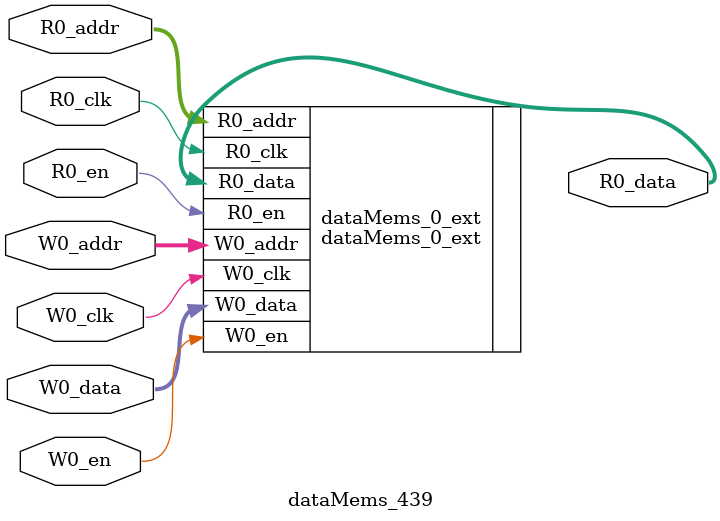
<source format=sv>
`ifndef RANDOMIZE
  `ifdef RANDOMIZE_REG_INIT
    `define RANDOMIZE
  `endif // RANDOMIZE_REG_INIT
`endif // not def RANDOMIZE
`ifndef RANDOMIZE
  `ifdef RANDOMIZE_MEM_INIT
    `define RANDOMIZE
  `endif // RANDOMIZE_MEM_INIT
`endif // not def RANDOMIZE

`ifndef RANDOM
  `define RANDOM $random
`endif // not def RANDOM

// Users can define 'PRINTF_COND' to add an extra gate to prints.
`ifndef PRINTF_COND_
  `ifdef PRINTF_COND
    `define PRINTF_COND_ (`PRINTF_COND)
  `else  // PRINTF_COND
    `define PRINTF_COND_ 1
  `endif // PRINTF_COND
`endif // not def PRINTF_COND_

// Users can define 'ASSERT_VERBOSE_COND' to add an extra gate to assert error printing.
`ifndef ASSERT_VERBOSE_COND_
  `ifdef ASSERT_VERBOSE_COND
    `define ASSERT_VERBOSE_COND_ (`ASSERT_VERBOSE_COND)
  `else  // ASSERT_VERBOSE_COND
    `define ASSERT_VERBOSE_COND_ 1
  `endif // ASSERT_VERBOSE_COND
`endif // not def ASSERT_VERBOSE_COND_

// Users can define 'STOP_COND' to add an extra gate to stop conditions.
`ifndef STOP_COND_
  `ifdef STOP_COND
    `define STOP_COND_ (`STOP_COND)
  `else  // STOP_COND
    `define STOP_COND_ 1
  `endif // STOP_COND
`endif // not def STOP_COND_

// Users can define INIT_RANDOM as general code that gets injected into the
// initializer block for modules with registers.
`ifndef INIT_RANDOM
  `define INIT_RANDOM
`endif // not def INIT_RANDOM

// If using random initialization, you can also define RANDOMIZE_DELAY to
// customize the delay used, otherwise 0.002 is used.
`ifndef RANDOMIZE_DELAY
  `define RANDOMIZE_DELAY 0.002
`endif // not def RANDOMIZE_DELAY

// Define INIT_RANDOM_PROLOG_ for use in our modules below.
`ifndef INIT_RANDOM_PROLOG_
  `ifdef RANDOMIZE
    `ifdef VERILATOR
      `define INIT_RANDOM_PROLOG_ `INIT_RANDOM
    `else  // VERILATOR
      `define INIT_RANDOM_PROLOG_ `INIT_RANDOM #`RANDOMIZE_DELAY begin end
    `endif // VERILATOR
  `else  // RANDOMIZE
    `define INIT_RANDOM_PROLOG_
  `endif // RANDOMIZE
`endif // not def INIT_RANDOM_PROLOG_

// Include register initializers in init blocks unless synthesis is set
`ifndef SYNTHESIS
  `ifndef ENABLE_INITIAL_REG_
    `define ENABLE_INITIAL_REG_
  `endif // not def ENABLE_INITIAL_REG_
`endif // not def SYNTHESIS

// Include rmemory initializers in init blocks unless synthesis is set
`ifndef SYNTHESIS
  `ifndef ENABLE_INITIAL_MEM_
    `define ENABLE_INITIAL_MEM_
  `endif // not def ENABLE_INITIAL_MEM_
`endif // not def SYNTHESIS

module dataMems_439(	// @[generators/ara/src/main/scala/UnsafeAXI4ToTL.scala:365:62]
  input  [4:0]  R0_addr,
  input         R0_en,
  input         R0_clk,
  output [66:0] R0_data,
  input  [4:0]  W0_addr,
  input         W0_en,
  input         W0_clk,
  input  [66:0] W0_data
);

  dataMems_0_ext dataMems_0_ext (	// @[generators/ara/src/main/scala/UnsafeAXI4ToTL.scala:365:62]
    .R0_addr (R0_addr),
    .R0_en   (R0_en),
    .R0_clk  (R0_clk),
    .R0_data (R0_data),
    .W0_addr (W0_addr),
    .W0_en   (W0_en),
    .W0_clk  (W0_clk),
    .W0_data (W0_data)
  );
endmodule


</source>
